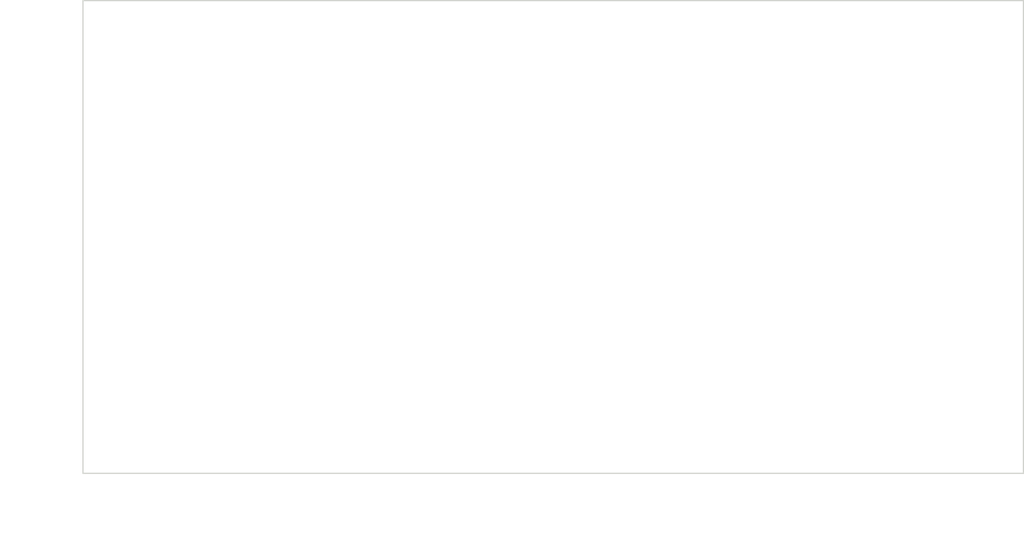
<source format=kicad_pcb>
(kicad_pcb (version 20221018) (generator pcbnew)

  (general
    (thickness 1.6)
  )

  (paper "A4")
  (layers
    (0 "F.Cu" signal)
    (31 "B.Cu" signal)
    (32 "B.Adhes" user "B.Adhesive")
    (33 "F.Adhes" user "F.Adhesive")
    (34 "B.Paste" user)
    (35 "F.Paste" user)
    (36 "B.SilkS" user "B.Silkscreen")
    (37 "F.SilkS" user "F.Silkscreen")
    (38 "B.Mask" user)
    (39 "F.Mask" user)
    (40 "Dwgs.User" user "User.Drawings")
    (41 "Cmts.User" user "User.Comments")
    (42 "Eco1.User" user "User.Eco1")
    (43 "Eco2.User" user "User.Eco2")
    (44 "Edge.Cuts" user)
    (45 "Margin" user)
    (46 "B.CrtYd" user "B.Courtyard")
    (47 "F.CrtYd" user "F.Courtyard")
    (48 "B.Fab" user)
    (49 "F.Fab" user)
  )

  (setup
    (pad_to_mask_clearance 0.051)
    (solder_mask_min_width 0.25)
    (pcbplotparams
      (layerselection 0x00010fc_ffffffff)
      (plot_on_all_layers_selection 0x0000000_00000000)
      (disableapertmacros false)
      (usegerberextensions false)
      (usegerberattributes false)
      (usegerberadvancedattributes false)
      (creategerberjobfile false)
      (dashed_line_dash_ratio 12.000000)
      (dashed_line_gap_ratio 3.000000)
      (svgprecision 4)
      (plotframeref false)
      (viasonmask false)
      (mode 1)
      (useauxorigin false)
      (hpglpennumber 1)
      (hpglpenspeed 20)
      (hpglpendiameter 15.000000)
      (dxfpolygonmode true)
      (dxfimperialunits true)
      (dxfusepcbnewfont true)
      (psnegative false)
      (psa4output false)
      (plotreference true)
      (plotvalue true)
      (plotinvisibletext false)
      (sketchpadsonfab false)
      (subtractmaskfromsilk false)
      (outputformat 1)
      (mirror false)
      (drillshape 1)
      (scaleselection 1)
      (outputdirectory "")
    )
  )

  (net 0 "")

  (gr_line (start 61.936091 63.18635) (end 49.761091 63.18635)
    (stroke (width 0.2) (type solid)) (layer "Dwgs.User") (tstamp 390fa6fe-6f5b-4a4e-b079-52836eb56e98))
  (gr_line (start 52.936091 65.18635) (end 52.936091 87.128915)
    (stroke (width 0.2) (type solid)) (layer "Dwgs.User") (tstamp 3b800acd-0e48-4f8a-90f6-ae1eb0a7ee74))
  (gr_line (start 221.936091 144.18635) (end 221.936091 156.36135)
    (stroke (width 0.2) (type solid)) (layer "Dwgs.User") (tstamp 48c749f2-ae79-4e35-adb7-4113d43b5b9f))
  (gr_line (start 219.936091 153.18635) (end 147.141105 153.18635)
    (stroke (width 0.2) (type solid)) (layer "Dwgs.User") (tstamp 7232bf8b-497a-47db-bf70-055211fe1137))
  (gr_line (start 52.936091 141.18635) (end 52.936091 94.243786)
    (stroke (width 0.2) (type solid)) (layer "Dwgs.User") (tstamp 909bd485-9b48-4680-8ae5-cef563ea3cc2))
  (gr_line (start 64.936091 153.18635) (end 137.731078 153.18635)
    (stroke (width 0.2) (type solid)) (layer "Dwgs.User") (tstamp 9e9616da-c315-4577-b793-9782f134062b))
  (gr_line (start 61.936091 143.18635) (end 49.761091 143.18635)
    (stroke (width 0.2) (type solid)) (layer "Dwgs.User") (tstamp c62bc4c2-f0da-4d7f-b4ce-84fb014661eb))
  (gr_line (start 62.936091 144.18635) (end 62.936091 156.36135)
    (stroke (width 0.2) (type solid)) (layer "Dwgs.User") (tstamp d3433e39-c05b-414a-9230-3dc09ac6096f))
  (gr_line (start 221.936091 63.18635) (end 62.936091 63.18635)
    (stroke (width 0.2) (type solid)) (layer "Edge.Cuts") (tstamp 0bcf1e27-835c-4484-9c8e-d6480468290f))
  (gr_line (start 62.936091 63.18635) (end 62.936091 143.18635)
    (stroke (width 0.2) (type solid)) (layer "Edge.Cuts") (tstamp 7c8e3e05-e733-4e5b-ba36-ceb41c11be4f))
  (gr_line (start 221.936091 143.18635) (end 221.936091 63.18635)
    (stroke (width 0.2) (type solid)) (layer "Edge.Cuts") (tstamp 9f9d60a3-034d-438a-ba6a-653fdf598ae9))
  (gr_line (start 62.936091 143.18635) (end 221.936091 143.18635)
    (stroke (width 0.2) (type solid)) (layer "Edge.Cuts") (tstamp aae30a95-89ef-4ff7-8641-712498b19ea6))
  (gr_text "[3.15]" (at 52.936091 92.575812) (layer "Dwgs.User") (tstamp 55fbb4cd-99a6-42e2-b9af-4bc2e319df70)
    (effects (font (size 1.7 1.53) (thickness 0.2125)))
  )
  (gr_text "[6.26]" (at 142.436091 155.075812) (layer "Dwgs.User") (tstamp 981368ad-91cb-4ad3-948d-21aa804be560)
    (effects (font (size 1.7 1.53) (thickness 0.2125)))
  )
  (gr_text " 80.00" (at 52.936091 89.018376) (layer "Dwgs.User") (tstamp b13e588d-03fe-442d-ae50-69bf8ade04b4)
    (effects (font (size 1.7 1.53) (thickness 0.2125)))
  )
  (gr_text " 159.00" (at 142.436091 151.518376) (layer "Dwgs.User") (tstamp ea544022-3889-49ff-9a9a-7b127eca6044)
    (effects (font (size 1.7 1.53) (thickness 0.2125)))
  )

)

</source>
